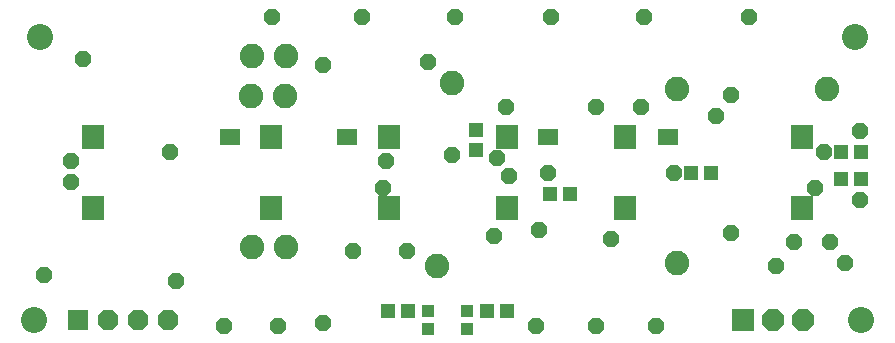
<source format=gbs>
G75*
G70*
%OFA0B0*%
%FSLAX24Y24*%
%IPPOS*%
%LPD*%
%AMOC8*
5,1,8,0,0,1.08239X$1,22.5*
%
%ADD10C,0.0867*%
%ADD11R,0.0769X0.0789*%
%ADD12C,0.0820*%
%ADD13R,0.0474X0.0513*%
%ADD14R,0.0513X0.0474*%
%ADD15R,0.0740X0.0740*%
%ADD16OC8,0.0740*%
%ADD17R,0.0674X0.0674*%
%ADD18OC8,0.0674*%
%ADD19R,0.0395X0.0395*%
%ADD20R,0.0330X0.0580*%
%ADD21OC8,0.0555*%
D10*
X007252Y007015D03*
X007449Y016464D03*
X034614Y016464D03*
X034811Y007015D03*
D11*
X032843Y010756D03*
X032843Y013118D03*
X026937Y013118D03*
X026937Y010756D03*
X023000Y010756D03*
X023000Y013118D03*
X019063Y013118D03*
X019063Y010756D03*
X015126Y010756D03*
X015126Y013118D03*
X009221Y013118D03*
X009221Y010756D03*
D12*
X014515Y009445D03*
X015655Y009445D03*
X020668Y008831D03*
X028668Y008931D03*
X028668Y014731D03*
X033668Y014731D03*
X021168Y014931D03*
X015621Y014488D03*
X014481Y014488D03*
X014515Y015816D03*
X015655Y015816D03*
D13*
X021968Y013366D03*
X021968Y012696D03*
D14*
X024433Y011231D03*
X025103Y011231D03*
X029133Y011931D03*
X029803Y011931D03*
X034133Y011731D03*
X034803Y011731D03*
X034803Y012631D03*
X034133Y012631D03*
X023003Y007331D03*
X022333Y007331D03*
X019703Y007331D03*
X019033Y007331D03*
D15*
X030859Y007015D03*
D16*
X031859Y007015D03*
X032859Y007015D03*
D17*
X008705Y007015D03*
D18*
X009705Y007015D03*
X010705Y007015D03*
X011705Y007015D03*
D19*
X020368Y006736D03*
X020368Y007326D03*
X021668Y007326D03*
X021668Y006736D03*
D20*
X024206Y013131D03*
X024530Y013131D03*
X028206Y013131D03*
X028530Y013131D03*
X017830Y013131D03*
X017506Y013131D03*
X013930Y013131D03*
X013606Y013131D03*
D21*
X011768Y012631D03*
X008468Y012331D03*
X008468Y011631D03*
X007568Y008531D03*
X011968Y008331D03*
X013568Y006831D03*
X015368Y006831D03*
X016868Y006931D03*
X017868Y009331D03*
X019668Y009331D03*
X022568Y009831D03*
X024068Y010031D03*
X026468Y009731D03*
X023068Y011831D03*
X022668Y012431D03*
X021168Y012531D03*
X018968Y012331D03*
X018868Y011431D03*
X022968Y014131D03*
X025968Y014131D03*
X027468Y014131D03*
X029968Y013831D03*
X030468Y014531D03*
X033568Y012631D03*
X034768Y013331D03*
X033268Y011431D03*
X034768Y011031D03*
X033768Y009631D03*
X034268Y008931D03*
X032568Y009631D03*
X031968Y008831D03*
X030468Y009931D03*
X028568Y011931D03*
X024368Y011931D03*
X020368Y015631D03*
X021268Y017131D03*
X024468Y017131D03*
X027568Y017131D03*
X031068Y017131D03*
X018168Y017131D03*
X016868Y015531D03*
X015168Y017131D03*
X008868Y015731D03*
X023968Y006831D03*
X025968Y006831D03*
X027968Y006831D03*
M02*

</source>
